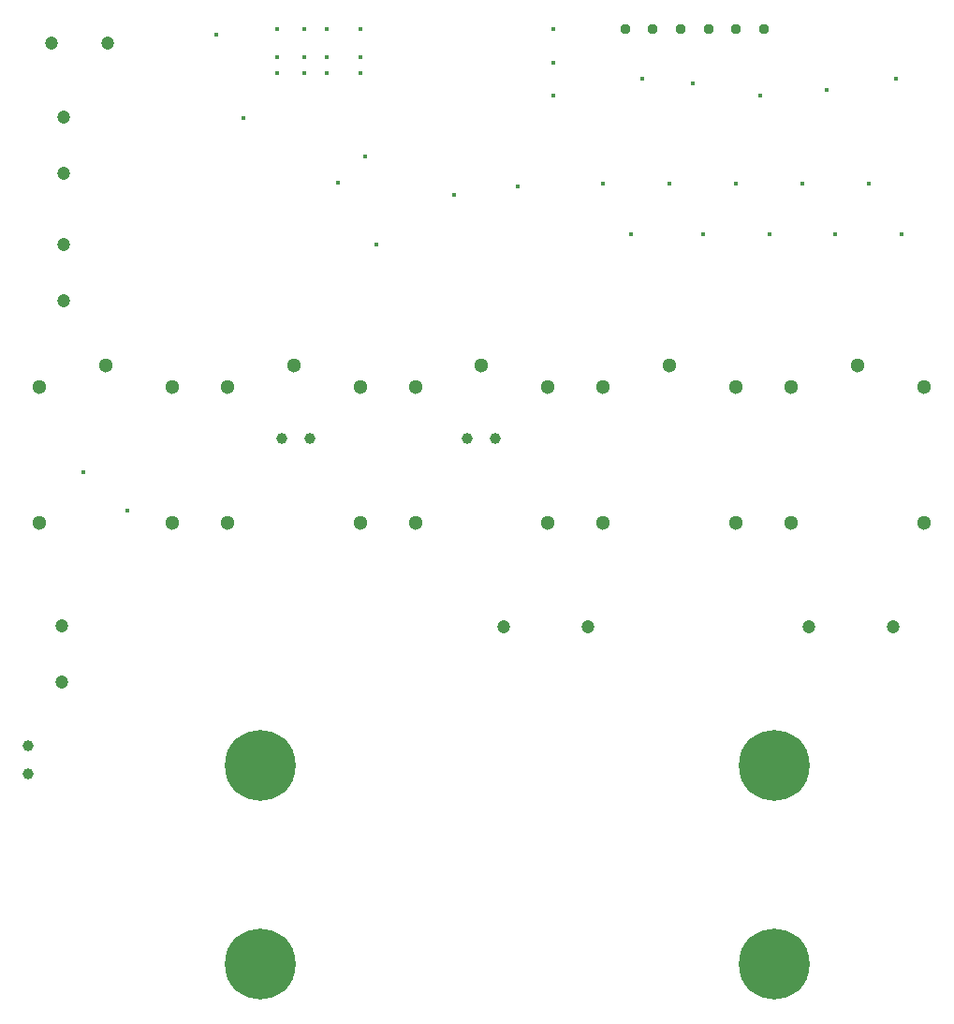
<source format=gbr>
%TF.GenerationSoftware,KiCad,Pcbnew,7.0.9*%
%TF.CreationDate,2024-06-03T03:25:25+05:30*%
%TF.ProjectId,Precharge,50726563-6861-4726-9765-2e6b69636164,rev?*%
%TF.SameCoordinates,Original*%
%TF.FileFunction,Plated,1,2,PTH,Drill*%
%TF.FilePolarity,Positive*%
%FSLAX46Y46*%
G04 Gerber Fmt 4.6, Leading zero omitted, Abs format (unit mm)*
G04 Created by KiCad (PCBNEW 7.0.9) date 2024-06-03 03:25:25*
%MOMM*%
%LPD*%
G01*
G04 APERTURE LIST*
%TA.AperFunction,ViaDrill*%
%ADD10C,0.400000*%
%TD*%
%TA.AperFunction,ComponentDrill*%
%ADD11C,0.950000*%
%TD*%
%TA.AperFunction,ComponentDrill*%
%ADD12C,1.000000*%
%TD*%
%TA.AperFunction,ComponentDrill*%
%ADD13C,1.200000*%
%TD*%
%TA.AperFunction,ComponentDrill*%
%ADD14C,1.300000*%
%TD*%
%TA.AperFunction,ComponentDrill*%
%ADD15C,6.400000*%
%TD*%
G04 APERTURE END LIST*
D10*
X44000000Y-56000000D03*
X48000000Y-59500000D03*
X56000000Y-16500000D03*
X58500000Y-24000000D03*
X61500000Y-16000000D03*
X61500000Y-18500000D03*
X61500000Y-20000000D03*
X64000000Y-16000000D03*
X64000000Y-18500000D03*
X64000000Y-20000000D03*
X66000000Y-16000000D03*
X66000000Y-18500000D03*
X66000000Y-20000000D03*
X67000000Y-29900500D03*
X69000000Y-16000000D03*
X69000000Y-18500000D03*
X69000000Y-20000000D03*
X69500000Y-27500000D03*
X70500000Y-35500000D03*
X77500000Y-31000000D03*
X83301250Y-30198750D03*
X86500000Y-16000000D03*
X86500000Y-19000000D03*
X86500000Y-22000000D03*
X91000000Y-30000000D03*
X93500000Y-34500000D03*
X94500000Y-20500000D03*
X97000000Y-30000000D03*
X99129878Y-20919681D03*
X100000000Y-34500000D03*
X103000000Y-30000000D03*
X105219502Y-22000000D03*
X106000000Y-34500000D03*
X109000000Y-30000000D03*
X111219502Y-21500000D03*
X112000000Y-34500000D03*
X115000000Y-30000000D03*
X117500000Y-20500000D03*
X118000000Y-34500000D03*
D11*
%TO.C,J1*%
X93000000Y-16000000D03*
X95500000Y-16000000D03*
X98000000Y-16000000D03*
X100500000Y-16000000D03*
X103000000Y-16000000D03*
X105500000Y-16000000D03*
D12*
%TO.C,J8*%
X39000000Y-80725000D03*
X39000000Y-83265000D03*
%TO.C,J5*%
X61960000Y-53000000D03*
X64500000Y-53000000D03*
%TO.C,J7*%
X78735000Y-53000000D03*
X81275000Y-53000000D03*
D13*
%TO.C,J3*%
X41137500Y-17242500D03*
%TO.C,J6*%
X42000000Y-69920000D03*
X42000000Y-75000000D03*
%TO.C,J2*%
X42242500Y-23942500D03*
X42242500Y-29022500D03*
%TO.C,J4*%
X42242500Y-35442500D03*
X42242500Y-40522500D03*
%TO.C,J3*%
X46217500Y-17242500D03*
%TO.C,R9*%
X81970000Y-70000000D03*
X89590000Y-70000000D03*
%TO.C,R12*%
X109590000Y-70000000D03*
X117210000Y-70000000D03*
D14*
%TO.C,K1*%
X40000000Y-48372500D03*
X40000000Y-60572500D03*
X46000000Y-46372500D03*
X52000000Y-48372500D03*
X52000000Y-60572500D03*
%TO.C,K2*%
X57000000Y-48372500D03*
X57000000Y-60572500D03*
X63000000Y-46372500D03*
X69000000Y-48372500D03*
X69000000Y-60572500D03*
%TO.C,K3*%
X74000000Y-48372500D03*
X74000000Y-60572500D03*
X80000000Y-46372500D03*
X86000000Y-48372500D03*
X86000000Y-60572500D03*
%TO.C,K4*%
X91000000Y-48372500D03*
X91000000Y-60572500D03*
X97000000Y-46372500D03*
X103000000Y-48372500D03*
X103000000Y-60572500D03*
%TO.C,K5*%
X108000000Y-48372500D03*
X108000000Y-60572500D03*
X114000000Y-46372500D03*
X120000000Y-48372500D03*
X120000000Y-60572500D03*
D15*
%TO.C,H1*%
X60000000Y-82500000D03*
%TO.C,H2*%
X60000000Y-100500000D03*
%TO.C,H3*%
X106500000Y-82500000D03*
%TO.C,H4*%
X106500000Y-100500000D03*
M02*

</source>
